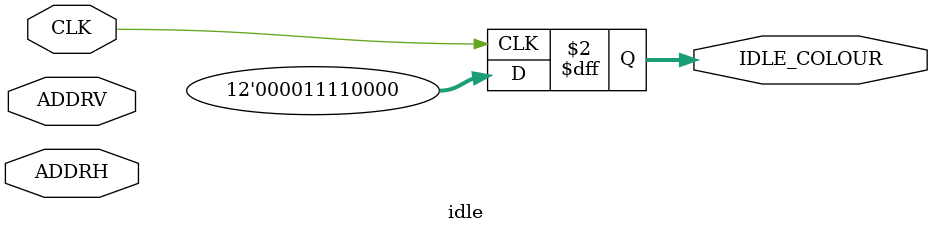
<source format=v>
`timescale 1ns / 1ps


module idle(
        input CLK,
        input [9:0]ADDRH,
        input [8:0] ADDRV, 
        output reg [11:0] IDLE_COLOUR
    );
    
         always@(posedge CLK) begin
           IDLE_COLOUR<=12'h0F0;
         end
    
endmodule

</source>
